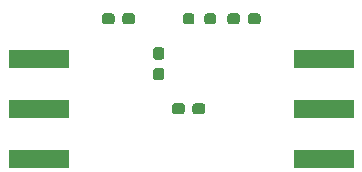
<source format=gbr>
%TF.GenerationSoftware,KiCad,Pcbnew,5.1.10*%
%TF.CreationDate,2021-09-21T21:49:25+02:00*%
%TF.ProjectId,bias-t,62696173-2d74-42e6-9b69-6361645f7063,rev?*%
%TF.SameCoordinates,Original*%
%TF.FileFunction,Paste,Top*%
%TF.FilePolarity,Positive*%
%FSLAX46Y46*%
G04 Gerber Fmt 4.6, Leading zero omitted, Abs format (unit mm)*
G04 Created by KiCad (PCBNEW 5.1.10) date 2021-09-21 21:49:25*
%MOMM*%
%LPD*%
G01*
G04 APERTURE LIST*
%ADD10R,5.080000X1.500000*%
G04 APERTURE END LIST*
%TO.C,R1*%
G36*
G01*
X139767500Y-81517500D02*
X139767500Y-81042500D01*
G75*
G02*
X140005000Y-80805000I237500J0D01*
G01*
X140505000Y-80805000D01*
G75*
G02*
X140742500Y-81042500I0J-237500D01*
G01*
X140742500Y-81517500D01*
G75*
G02*
X140505000Y-81755000I-237500J0D01*
G01*
X140005000Y-81755000D01*
G75*
G02*
X139767500Y-81517500I0J237500D01*
G01*
G37*
G36*
G01*
X137942500Y-81517500D02*
X137942500Y-81042500D01*
G75*
G02*
X138180000Y-80805000I237500J0D01*
G01*
X138680000Y-80805000D01*
G75*
G02*
X138917500Y-81042500I0J-237500D01*
G01*
X138917500Y-81517500D01*
G75*
G02*
X138680000Y-81755000I-237500J0D01*
G01*
X138180000Y-81755000D01*
G75*
G02*
X137942500Y-81517500I0J237500D01*
G01*
G37*
%TD*%
%TO.C,L1*%
G36*
G01*
X135652500Y-85440000D02*
X136127500Y-85440000D01*
G75*
G02*
X136365000Y-85677500I0J-237500D01*
G01*
X136365000Y-86252500D01*
G75*
G02*
X136127500Y-86490000I-237500J0D01*
G01*
X135652500Y-86490000D01*
G75*
G02*
X135415000Y-86252500I0J237500D01*
G01*
X135415000Y-85677500D01*
G75*
G02*
X135652500Y-85440000I237500J0D01*
G01*
G37*
G36*
G01*
X135652500Y-83690000D02*
X136127500Y-83690000D01*
G75*
G02*
X136365000Y-83927500I0J-237500D01*
G01*
X136365000Y-84502500D01*
G75*
G02*
X136127500Y-84740000I-237500J0D01*
G01*
X135652500Y-84740000D01*
G75*
G02*
X135415000Y-84502500I0J237500D01*
G01*
X135415000Y-83927500D01*
G75*
G02*
X135652500Y-83690000I237500J0D01*
G01*
G37*
%TD*%
D10*
%TO.C,J3*%
X149860000Y-88900000D03*
X149860000Y-84650000D03*
X149860000Y-93150000D03*
%TD*%
%TO.C,J1*%
X125730000Y-88900000D03*
X125730000Y-93150000D03*
X125730000Y-84650000D03*
%TD*%
%TO.C,D1*%
G36*
G01*
X142765000Y-81042500D02*
X142765000Y-81517500D01*
G75*
G02*
X142527500Y-81755000I-237500J0D01*
G01*
X141952500Y-81755000D01*
G75*
G02*
X141715000Y-81517500I0J237500D01*
G01*
X141715000Y-81042500D01*
G75*
G02*
X141952500Y-80805000I237500J0D01*
G01*
X142527500Y-80805000D01*
G75*
G02*
X142765000Y-81042500I0J-237500D01*
G01*
G37*
G36*
G01*
X144515000Y-81042500D02*
X144515000Y-81517500D01*
G75*
G02*
X144277500Y-81755000I-237500J0D01*
G01*
X143702500Y-81755000D01*
G75*
G02*
X143465000Y-81517500I0J237500D01*
G01*
X143465000Y-81042500D01*
G75*
G02*
X143702500Y-80805000I237500J0D01*
G01*
X144277500Y-80805000D01*
G75*
G02*
X144515000Y-81042500I0J-237500D01*
G01*
G37*
%TD*%
%TO.C,C2*%
G36*
G01*
X138105000Y-88662500D02*
X138105000Y-89137500D01*
G75*
G02*
X137867500Y-89375000I-237500J0D01*
G01*
X137267500Y-89375000D01*
G75*
G02*
X137030000Y-89137500I0J237500D01*
G01*
X137030000Y-88662500D01*
G75*
G02*
X137267500Y-88425000I237500J0D01*
G01*
X137867500Y-88425000D01*
G75*
G02*
X138105000Y-88662500I0J-237500D01*
G01*
G37*
G36*
G01*
X139830000Y-88662500D02*
X139830000Y-89137500D01*
G75*
G02*
X139592500Y-89375000I-237500J0D01*
G01*
X138992500Y-89375000D01*
G75*
G02*
X138755000Y-89137500I0J237500D01*
G01*
X138755000Y-88662500D01*
G75*
G02*
X138992500Y-88425000I237500J0D01*
G01*
X139592500Y-88425000D01*
G75*
G02*
X139830000Y-88662500I0J-237500D01*
G01*
G37*
%TD*%
%TO.C,C1*%
G36*
G01*
X132812500Y-81517500D02*
X132812500Y-81042500D01*
G75*
G02*
X133050000Y-80805000I237500J0D01*
G01*
X133650000Y-80805000D01*
G75*
G02*
X133887500Y-81042500I0J-237500D01*
G01*
X133887500Y-81517500D01*
G75*
G02*
X133650000Y-81755000I-237500J0D01*
G01*
X133050000Y-81755000D01*
G75*
G02*
X132812500Y-81517500I0J237500D01*
G01*
G37*
G36*
G01*
X131087500Y-81517500D02*
X131087500Y-81042500D01*
G75*
G02*
X131325000Y-80805000I237500J0D01*
G01*
X131925000Y-80805000D01*
G75*
G02*
X132162500Y-81042500I0J-237500D01*
G01*
X132162500Y-81517500D01*
G75*
G02*
X131925000Y-81755000I-237500J0D01*
G01*
X131325000Y-81755000D01*
G75*
G02*
X131087500Y-81517500I0J237500D01*
G01*
G37*
%TD*%
M02*

</source>
